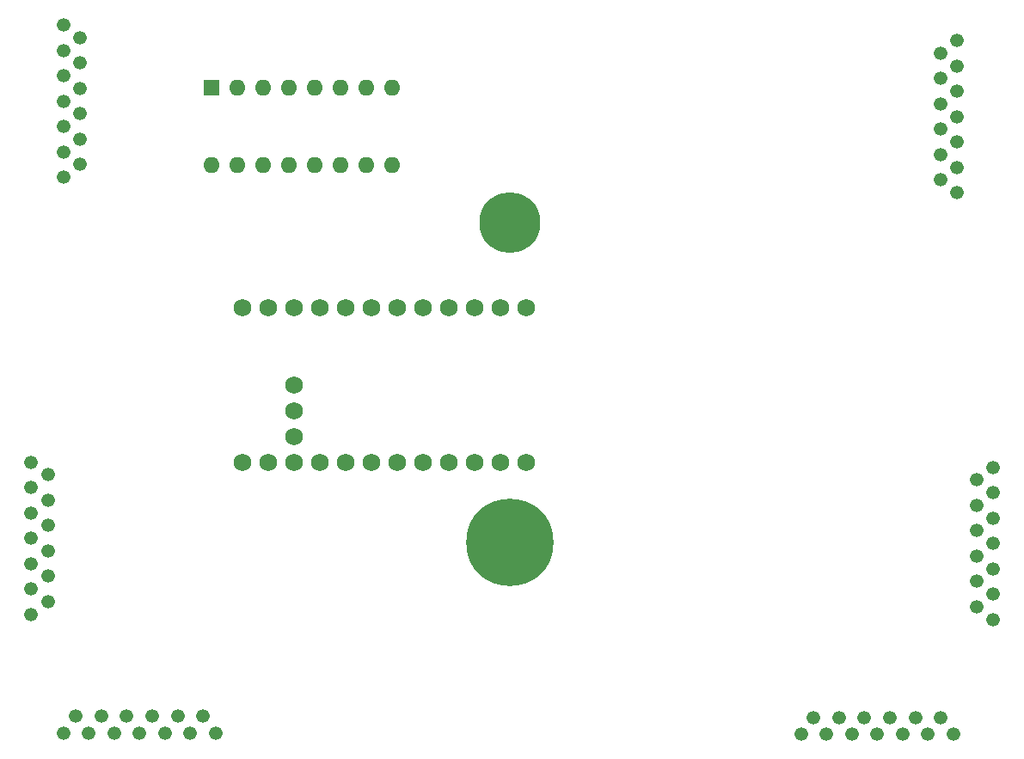
<source format=gbr>
%TF.GenerationSoftware,KiCad,Pcbnew,8.0.7*%
%TF.CreationDate,2025-01-12T16:59:09-05:00*%
%TF.ProjectId,rasgueado,72617367-7565-4616-946f-2e6b69636164,rev?*%
%TF.SameCoordinates,Original*%
%TF.FileFunction,Soldermask,Bot*%
%TF.FilePolarity,Negative*%
%FSLAX46Y46*%
G04 Gerber Fmt 4.6, Leading zero omitted, Abs format (unit mm)*
G04 Created by KiCad (PCBNEW 8.0.7) date 2025-01-12 16:59:09*
%MOMM*%
%LPD*%
G01*
G04 APERTURE LIST*
%ADD10C,8.600000*%
%ADD11C,6.000000*%
%ADD12C,1.327000*%
%ADD13R,1.600000X1.600000*%
%ADD14O,1.600000X1.600000*%
%ADD15C,1.752600*%
G04 APERTURE END LIST*
D10*
%TO.C,H1*%
X148501100Y-118003600D03*
%TD*%
D11*
%TO.C,H2*%
X148463000Y-86487000D03*
%TD*%
D12*
%TO.C,J3*%
X104514000Y-136779000D03*
X105764000Y-135129000D03*
X107014000Y-136779000D03*
X108264000Y-135129000D03*
X109514000Y-136779000D03*
X110764000Y-135129000D03*
X112014000Y-136779000D03*
X113264000Y-135129000D03*
X114514000Y-136779000D03*
X115764000Y-135129000D03*
X117014000Y-136779000D03*
X118264000Y-135129000D03*
X119514000Y-136779000D03*
%TD*%
%TO.C,J5*%
X196088000Y-125610000D03*
X194438000Y-124360000D03*
X196088000Y-123110000D03*
X194438000Y-121860000D03*
X196088000Y-120610000D03*
X194438000Y-119360000D03*
X196088000Y-118110000D03*
X194438000Y-116860000D03*
X196088000Y-115610000D03*
X194438000Y-114360000D03*
X196088000Y-113110000D03*
X194438000Y-111860000D03*
X196088000Y-110610000D03*
%TD*%
%TO.C,J2*%
X101346000Y-110102000D03*
X102996000Y-111352000D03*
X101346000Y-112602000D03*
X102996000Y-113852000D03*
X101346000Y-115102000D03*
X102996000Y-116352000D03*
X101346000Y-117602000D03*
X102996000Y-118852000D03*
X101346000Y-120102000D03*
X102996000Y-121352000D03*
X101346000Y-122602000D03*
X102996000Y-123852000D03*
X101346000Y-125102000D03*
%TD*%
%TO.C,J4*%
X192532000Y-83573000D03*
X190882000Y-82323000D03*
X192532000Y-81073000D03*
X190882000Y-79823000D03*
X192532000Y-78573000D03*
X190882000Y-77323000D03*
X192532000Y-76073000D03*
X190882000Y-74823000D03*
X192532000Y-73573000D03*
X190882000Y-72323000D03*
X192532000Y-71073000D03*
X190882000Y-69823000D03*
X192532000Y-68573000D03*
%TD*%
D13*
%TO.C,U2*%
X119125000Y-73200000D03*
D14*
X121665000Y-73200000D03*
X124205000Y-73200000D03*
X126745000Y-73200000D03*
X129285000Y-73200000D03*
X131825000Y-73200000D03*
X134365000Y-73200000D03*
X136905000Y-73200000D03*
X136905000Y-80820000D03*
X134365000Y-80820000D03*
X131825000Y-80820000D03*
X129285000Y-80820000D03*
X126745000Y-80820000D03*
X124205000Y-80820000D03*
X121665000Y-80820000D03*
X119125000Y-80820000D03*
%TD*%
D12*
%TO.C,J6*%
X177158000Y-136906000D03*
X178408000Y-135256000D03*
X179658000Y-136906000D03*
X180908000Y-135256000D03*
X182158000Y-136906000D03*
X183408000Y-135256000D03*
X184658000Y-136906000D03*
X185908000Y-135256000D03*
X187158000Y-136906000D03*
X188408000Y-135256000D03*
X189658000Y-136906000D03*
X190908000Y-135256000D03*
X192158000Y-136906000D03*
%TD*%
D15*
%TO.C,U1*%
X150120000Y-110120000D03*
X147580000Y-110120000D03*
X145040000Y-110120000D03*
X142500000Y-110120000D03*
X139960000Y-110120000D03*
X137420000Y-110120000D03*
X134880000Y-110120000D03*
X132340000Y-110120000D03*
X129800000Y-110120000D03*
X127260000Y-110120000D03*
X124720000Y-110120000D03*
X122180000Y-110120000D03*
X122180000Y-94880000D03*
X124720000Y-94880000D03*
X127260000Y-94880000D03*
X129800000Y-94880000D03*
X132340000Y-94880000D03*
X134880000Y-94880000D03*
X137420000Y-94880000D03*
X139960000Y-94880000D03*
X142500000Y-94880000D03*
X145040000Y-94880000D03*
X147580000Y-94880000D03*
X150120000Y-94880000D03*
X127260000Y-107580000D03*
X127260000Y-105040000D03*
X127260000Y-102500000D03*
%TD*%
D12*
%TO.C,J1*%
X104521000Y-67049000D03*
X106171000Y-68299000D03*
X104521000Y-69549000D03*
X106171000Y-70799000D03*
X104521000Y-72049000D03*
X106171000Y-73299000D03*
X104521000Y-74549000D03*
X106171000Y-75799000D03*
X104521000Y-77049000D03*
X106171000Y-78299000D03*
X104521000Y-79549000D03*
X106171000Y-80799000D03*
X104521000Y-82049000D03*
%TD*%
M02*

</source>
